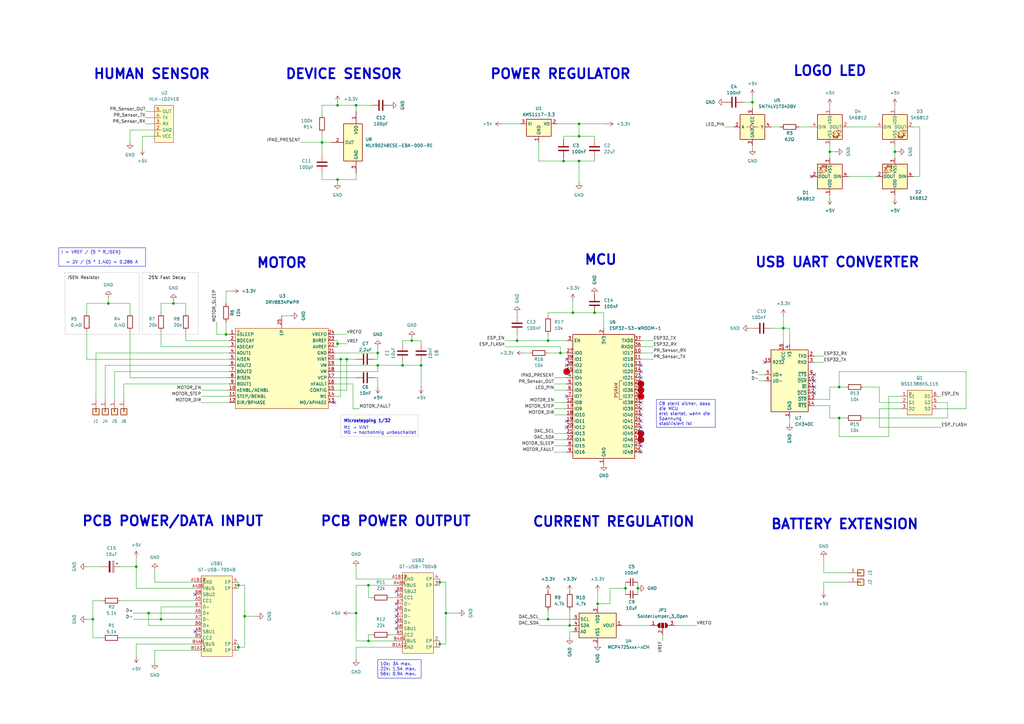
<source format=kicad_sch>
(kicad_sch (version 20231120) (generator "eeschema") (generator_version "8.0")
  (paper "A3")
  (title_block (title "Magic iPad Holder") (date "2024-11-07") (rev "1.1.0") (company "Maximilian Giesen"))
  (junction (at 180.34 238.76))
  (junction (at 138.43 73.66))
  (junction (at 139.7 147.32))
  (junction (at 224.79 139.7))
  (junction (at 154.94 144.78))
  (junction (at 71.12 124.46))
  (junction (at 234.95 128.27))
  (junction (at 168.91 139.7))
  (junction (at 340.36 62.23))
  (junction (at 151.13 240.03))
  (junction (at 182.88 251.46))
  (junction (at 224.79 254))
  (junction (at 237.49 66.04))
  (junction (at 154.94 149.86))
  (junction (at 243.84 128.27))
  (junction (at 245.11 247.65))
  (junction (at 233.68 256.54))
  (junction (at 367.03 62.23))
  (junction (at 165.1 149.86))
  (junction (at 321.31 134.62))
  (junction (at 60.96 251.46))
  (junction (at 172.72 149.86))
  (junction (at 344.17 158.75))
  (junction (at 100.33 252.73))
  (junction (at 97.79 265.43))
  (junction (at 138.43 140.97))
  (junction (at 38.1 254))
  (junction (at 151.13 262.89))
  (junction (at 132.08 58.42))
  (junction (at 237.49 55.88))
  (junction (at 180.34 264.16))
  (junction (at 146.05 251.46))
  (junction (at 212.09 139.7))
  (junction (at 146.05 43.18))
  (junction (at 97.79 240.03))
  (junction (at 256.54 241.3))
  (junction (at 92.71 137.16))
  (junction (at 229.87 144.78))
  (junction (at 44.45 124.46))
  (junction (at 237.49 50.8))
  (junction (at 142.24 147.32))
  (junction (at 231.14 66.04))
  (junction (at 66.04 254))
  (junction (at 138.43 43.18))
  (junction (at 344.17 171.45))
  (junction (at 261.62 241.3))
  (junction (at 55.88 232.41))
  (junction (at 308.61 41.91))
  (no_connect (at 262.89 177.8))
  (no_connect (at 262.89 167.64))
  (no_connect (at 332.74 72.39))
  (no_connect (at 80.01 243.84))
  (no_connect (at 232.41 172.72))
  (no_connect (at 334.01 153.67))
  (no_connect (at 262.89 149.86))
  (no_connect (at 262.89 172.72))
  (no_connect (at 232.41 152.4))
  (no_connect (at 80.01 259.08))
  (no_connect (at 262.89 185.42))
  (no_connect (at 162.56 247.65))
  (no_connect (at 334.01 156.21))
  (no_connect (at 262.89 182.88))
  (no_connect (at 232.41 149.86))
  (no_connect (at 162.56 250.19))
  (no_connect (at 313.69 148.59))
  (no_connect (at 262.89 180.34))
  (no_connect (at 334.01 161.29))
  (no_connect (at 262.89 175.26))
  (no_connect (at 137.16 165.1))
  (no_connect (at 232.41 147.32))
  (no_connect (at 262.89 154.94))
  (no_connect (at 162.56 242.57))
  (no_connect (at 232.41 162.56))
  (no_connect (at 162.56 255.27))
  (no_connect (at 232.41 175.26))
  (no_connect (at 262.89 170.18))
  (no_connect (at 334.01 158.75))
  (no_connect (at 262.89 162.56))
  (no_connect (at 162.56 257.81))
  (no_connect (at 262.89 165.1))
  (no_connect (at 262.89 160.02))
  (no_connect (at 162.56 252.73))
  (no_connect (at 262.89 152.4))
  (no_connect (at 262.89 157.48))
  (wire (pts (xy 88.9 132.08) (xy 88.9 137.16)))
  (wire (pts (xy 212.09 128.27) (xy 212.09 129.54)))
  (wire (pts (xy 137.16 157.48) (xy 144.78 157.48)))
  (wire (pts (xy 59.69 48.26) (xy 63.5 48.26)))
  (wire (pts (xy 55.88 228.6) (xy 55.88 232.41)))
  (wire (pts (xy 35.56 254) (xy 38.1 254)))
  (wire (pts (xy 227.33 170.18) (xy 232.41 170.18)))
  (wire (pts (xy 60.96 251.46) (xy 54.61 251.46)))
  (wire (pts (xy 364.49 179.07) (xy 344.17 179.07)))
  (wire (pts (xy 53.34 53.34) (xy 63.5 53.34)))
  (wire (pts (xy 307.34 134.62) (xy 308.61 134.62)))
  (wire (pts (xy 360.68 158.75) (xy 360.68 165.1)))
  (wire (pts (xy 154.94 147.32) (xy 154.94 144.78)))
  (wire (pts (xy 327.66 52.07) (xy 332.74 52.07)))
  (wire (pts (xy 360.68 167.64) (xy 369.57 167.64)))
  (wire (pts (xy 377.19 52.07) (xy 377.19 72.39)))
  (wire (pts (xy 207.01 142.24) (xy 229.87 142.24)))
  (wire (pts (xy 151.13 240.03) (xy 151.13 245.11)))
  (wire (pts (xy 138.43 74.93) (xy 138.43 73.66)))
  (wire (pts (xy 97.79 238.76) (xy 97.79 240.03)))
  (wire (pts (xy 261.62 241.3) (xy 261.62 243.84)))
  (wire (pts (xy 142.24 137.16) (xy 137.16 137.16)))
  (wire (pts (xy 354.33 158.75) (xy 360.68 158.75)))
  (wire (pts (xy 100.33 240.03) (xy 100.33 252.73)))
  (wire (pts (xy 165.1 148.59) (xy 165.1 149.86)))
  (wire (pts (xy 262.89 142.24) (xy 267.97 142.24)))
  (wire (pts (xy 224.79 128.27) (xy 234.95 128.27)))
  (wire (pts (xy 250.19 241.3) (xy 256.54 241.3)))
  (wire (pts (xy 35.56 124.46) (xy 44.45 124.46)))
  (wire (pts (xy 256.54 241.3) (xy 256.54 243.84)))
  (wire (pts (xy 233.68 259.08) (xy 234.95 259.08)))
  (wire (pts (xy 347.98 72.39) (xy 359.41 72.39)))
  (wire (pts (xy 44.45 124.46) (xy 53.34 124.46)))
  (wire (pts (xy 154.94 149.86) (xy 165.1 149.86)))
  (wire (pts (xy 135.89 58.42) (xy 132.08 58.42)))
  (wire (pts (xy 132.08 58.42) (xy 123.19 58.42)))
  (wire (pts (xy 66.04 128.27) (xy 66.04 124.46)))
  (wire (pts (xy 53.34 135.89) (xy 53.34 154.94)))
  (wire (pts (xy 43.18 149.86) (xy 43.18 163.83)))
  (wire (pts (xy 38.1 254) (xy 38.1 246.38)))
  (wire (pts (xy 364.49 162.56) (xy 364.49 179.07)))
  (wire (pts (xy 138.43 73.66) (xy 146.05 73.66)))
  (wire (pts (xy 321.31 134.62) (xy 323.85 134.62)))
  (wire (pts (xy 76.2 124.46) (xy 76.2 128.27)))
  (wire (pts (xy 337.82 242.57) (xy 337.82 238.76)))
  (wire (pts (xy 146.05 265.43) (xy 146.05 270.51)))
  (wire (pts (xy 308.61 39.37) (xy 308.61 41.91)))
  (wire (pts (xy 139.7 147.32) (xy 142.24 147.32)))
  (wire (pts (xy 224.79 128.27) (xy 224.79 129.54)))
  (wire (pts (xy 233.68 250.19) (xy 233.68 256.54)))
  (wire (pts (xy 396.24 167.64) (xy 384.81 167.64)))
  (wire (pts (xy 63.5 238.76) (xy 63.5 233.68)))
  (wire (pts (xy 139.7 162.56) (xy 139.7 147.32)))
  (wire (pts (xy 151.13 260.35) (xy 152.4 260.35)))
  (wire (pts (xy 93.98 139.7) (xy 76.2 139.7)))
  (wire (pts (xy 138.43 140.97) (xy 138.43 142.24)))
  (wire (pts (xy 386.08 162.56) (xy 384.81 162.56)))
  (wire (pts (xy 49.53 261.62) (xy 80.01 261.62)))
  (wire (pts (xy 321.31 129.54) (xy 321.31 134.62)))
  (wire (pts (xy 231.14 55.88) (xy 231.14 57.15)))
  (wire (pts (xy 35.56 135.89) (xy 35.56 147.32)))
  (wire (pts (xy 374.65 52.07) (xy 377.19 52.07)))
  (wire (pts (xy 142.24 160.02) (xy 137.16 160.02)))
  (wire (pts (xy 228.6 50.8) (xy 237.49 50.8)))
  (wire (pts (xy 237.49 50.8) (xy 237.49 55.88)))
  (wire (pts (xy 55.88 241.3) (xy 80.01 241.3)))
  (wire (pts (xy 44.45 121.92) (xy 44.45 124.46)))
  (wire (pts (xy 82.55 165.1) (xy 93.98 165.1)))
  (wire (pts (xy 234.95 128.27) (xy 243.84 128.27)))
  (wire (pts (xy 220.98 66.04) (xy 231.14 66.04)))
  (wire (pts (xy 266.7 256.54) (xy 255.27 256.54)))
  (wire (pts (xy 49.53 232.41) (xy 55.88 232.41)))
  (wire (pts (xy 207.01 139.7) (xy 212.09 139.7)))
  (wire (pts (xy 229.87 142.24) (xy 229.87 144.78)))
  (wire (pts (xy 247.65 128.27) (xy 247.65 134.62)))
  (wire (pts (xy 229.87 144.78) (xy 232.41 144.78)))
  (wire (pts (xy 243.84 66.04) (xy 243.84 64.77)))
  (wire (pts (xy 137.16 154.94) (xy 146.05 154.94)))
  (wire (pts (xy 54.61 254) (xy 66.04 254)))
  (wire (pts (xy 367.03 62.23) (xy 367.03 64.77)))
  (wire (pts (xy 100.33 252.73) (xy 100.33 265.43)))
  (wire (pts (xy 60.96 256.54) (xy 80.01 256.54)))
  (wire (pts (xy 82.55 160.02) (xy 93.98 160.02)))
  (wire (pts (xy 41.91 261.62) (xy 38.1 261.62)))
  (wire (pts (xy 154.94 152.4) (xy 154.94 149.86)))
  (wire (pts (xy 97.79 265.43) (xy 97.79 264.16)))
  (wire (pts (xy 347.98 52.07) (xy 359.41 52.07)))
  (wire (pts (xy 142.24 140.97) (xy 138.43 140.97)))
  (wire (pts (xy 231.14 66.04) (xy 237.49 66.04)))
  (wire (pts (xy 132.08 73.66) (xy 138.43 73.66)))
  (wire (pts (xy 95.25 119.38) (xy 92.71 119.38)))
  (wire (pts (xy 182.88 251.46) (xy 182.88 264.16)))
  (wire (pts (xy 340.36 43.18) (xy 340.36 44.45)))
  (wire (pts (xy 137.16 144.78) (xy 154.94 144.78)))
  (wire (pts (xy 93.98 157.48) (xy 50.8 157.48)))
  (wire (pts (xy 340.36 59.69) (xy 340.36 62.23)))
  (wire (pts (xy 80.01 264.16) (xy 55.88 264.16)))
  (wire (pts (xy 180.34 265.43) (xy 180.34 264.16)))
  (wire (pts (xy 132.08 71.12) (xy 132.08 73.66)))
  (wire (pts (xy 340.36 81.28) (xy 340.36 80.01)))
  (wire (pts (xy 143.51 251.46) (xy 146.05 251.46)))
  (wire (pts (xy 59.69 50.8) (xy 63.5 50.8)))
  (wire (pts (xy 144.78 157.48) (xy 144.78 167.64)))
  (wire (pts (xy 71.12 124.46) (xy 76.2 124.46)))
  (wire (pts (xy 360.68 175.26) (xy 360.68 167.64)))
  (wire (pts (xy 334.01 163.83) (xy 340.36 163.83)))
  (wire (pts (xy 66.04 248.92) (xy 80.01 248.92)))
  (wire (pts (xy 237.49 55.88) (xy 231.14 55.88)))
  (wire (pts (xy 80.01 251.46) (xy 60.96 251.46)))
  (wire (pts (xy 182.88 251.46) (xy 187.96 251.46)))
  (wire (pts (xy 162.56 265.43) (xy 146.05 265.43)))
  (wire (pts (xy 63.5 266.7) (xy 63.5 271.78)))
  (wire (pts (xy 152.4 43.18) (xy 146.05 43.18)))
  (wire (pts (xy 53.34 58.42) (xy 53.34 53.34)))
  (wire (pts (xy 224.79 139.7) (xy 232.41 139.7)))
  (wire (pts (xy 39.37 144.78) (xy 93.98 144.78)))
  (wire (pts (xy 180.34 237.49) (xy 180.34 238.76)))
  (wire (pts (xy 97.79 240.03) (xy 97.79 241.3)))
  (wire (pts (xy 233.68 261.62) (xy 233.68 259.08)))
  (wire (pts (xy 146.05 240.03) (xy 146.05 251.46)))
  (wire (pts (xy 55.88 264.16) (xy 55.88 269.24)))
  (wire (pts (xy 160.02 245.11) (xy 162.56 245.11)))
  (wire (pts (xy 285.75 256.54) (xy 276.86 256.54)))
  (wire (pts (xy 250.19 247.65) (xy 250.19 241.3)))
  (wire (pts (xy 243.84 128.27) (xy 247.65 128.27)))
  (wire (pts (xy 38.1 254) (xy 38.1 261.62)))
  (wire (pts (xy 50.8 157.48) (xy 50.8 163.83)))
  (wire (pts (xy 360.68 165.1) (xy 369.57 165.1)))
  (wire (pts (xy 388.62 171.45) (xy 388.62 165.1)))
  (wire (pts (xy 93.98 142.24) (xy 66.04 142.24)))
  (wire (pts (xy 237.49 66.04) (xy 243.84 66.04)))
  (wire (pts (xy 151.13 260.35) (xy 151.13 262.89)))
  (wire (pts (xy 137.16 139.7) (xy 138.43 139.7)))
  (wire (pts (xy 344.17 152.4) (xy 396.24 152.4)))
  (wire (pts (xy 227.33 165.1) (xy 232.41 165.1)))
  (wire (pts (xy 323.85 134.62) (xy 323.85 140.97)))
  (wire (pts (xy 172.72 140.97) (xy 172.72 139.7)))
  (wire (pts (xy 142.24 147.32) (xy 142.24 160.02)))
  (wire (pts (xy 153.67 147.32) (xy 154.94 147.32)))
  (wire (pts (xy 354.33 171.45) (xy 388.62 171.45)))
  (wire (pts (xy 262.89 144.78) (xy 267.97 144.78)))
  (wire (pts (xy 132.08 63.5) (xy 132.08 58.42)))
  (wire (pts (xy 231.14 66.04) (xy 231.14 64.77)))
  (wire (pts (xy 344.17 171.45) (xy 346.71 171.45)))
  (wire (pts (xy 377.19 72.39) (xy 374.65 72.39)))
  (wire (pts (xy 340.36 62.23) (xy 340.36 64.77)))
  (wire (pts (xy 182.88 264.16) (xy 180.34 264.16)))
  (wire (pts (xy 227.33 167.64) (xy 232.41 167.64)))
  (wire (pts (xy 227.33 160.02) (xy 232.41 160.02)))
  (wire (pts (xy 367.03 43.18) (xy 367.03 44.45)))
  (wire (pts (xy 321.31 140.97) (xy 321.31 134.62)))
  (wire (pts (xy 132.08 43.18) (xy 138.43 43.18)))
  (wire (pts (xy 132.08 46.99) (xy 132.08 43.18)))
  (wire (pts (xy 92.71 137.16) (xy 88.9 137.16)))
  (wire (pts (xy 137.16 147.32) (xy 139.7 147.32)))
  (wire (pts (xy 165.1 140.97) (xy 165.1 139.7)))
  (wire (pts (xy 92.71 132.08) (xy 92.71 137.16)))
  (wire (pts (xy 160.02 260.35) (xy 162.56 260.35)))
  (wire (pts (xy 137.16 162.56) (xy 139.7 162.56)))
  (wire (pts (xy 92.71 119.38) (xy 92.71 124.46)))
  (wire (pts (xy 146.05 237.49) (xy 146.05 232.41)))
  (wire (pts (xy 340.36 171.45) (xy 344.17 171.45)))
  (wire (pts (xy 334.01 166.37) (xy 340.36 166.37)))
  (wire (pts (xy 93.98 149.86) (xy 43.18 149.86)))
  (wire (pts (xy 337.82 228.6) (xy 337.82 234.95)))
  (wire (pts (xy 262.89 139.7) (xy 267.97 139.7)))
  (wire (pts (xy 132.08 54.61) (xy 132.08 58.42)))
  (wire (pts (xy 342.9 62.23) (xy 340.36 62.23)))
  (wire (pts (xy 334.01 148.59) (xy 337.82 148.59)))
  (wire (pts (xy 93.98 147.32) (xy 35.56 147.32)))
  (wire (pts (xy 60.96 251.46) (xy 60.96 256.54)))
  (wire (pts (xy 82.55 162.56) (xy 93.98 162.56)))
  (wire (pts (xy 154.94 154.94) (xy 153.67 154.94)))
  (wire (pts (xy 344.17 179.07) (xy 344.17 171.45)))
  (wire (pts (xy 337.82 234.95) (xy 347.98 234.95)))
  (wire (pts (xy 340.36 163.83) (xy 340.36 158.75)))
  (wire (pts (xy 320.04 52.07) (xy 316.23 52.07)))
  (wire (pts (xy 53.34 128.27) (xy 53.34 124.46)))
  (wire (pts (xy 245.11 242.57) (xy 245.11 247.65)))
  (wire (pts (xy 38.1 246.38) (xy 41.91 246.38)))
  (wire (pts (xy 205.74 50.8) (xy 213.36 50.8)))
  (wire (pts (xy 237.49 55.88) (xy 243.84 55.88)))
  (wire (pts (xy 308.61 41.91) (xy 308.61 44.45)))
  (wire (pts (xy 35.56 128.27) (xy 35.56 124.46)))
  (wire (pts (xy 227.33 177.8) (xy 232.41 177.8)))
  (wire (pts (xy 224.79 250.19) (xy 224.79 254)))
  (wire (pts (xy 224.79 144.78) (xy 229.87 144.78)))
  (wire (pts (xy 227.33 180.34) (xy 232.41 180.34)))
  (wire (pts (xy 58.42 60.96) (xy 58.42 55.88)))
  (wire (pts (xy 262.89 147.32) (xy 267.97 147.32)))
  (wire (pts (xy 162.56 237.49) (xy 146.05 237.49)))
  (wire (pts (xy 168.91 138.43) (xy 168.91 139.7)))
  (wire (pts (xy 233.68 256.54) (xy 234.95 256.54)))
  (wire (pts (xy 66.04 142.24) (xy 66.04 135.89)))
  (wire (pts (xy 227.33 182.88) (xy 232.41 182.88)))
  (wire (pts (xy 323.85 171.45) (xy 323.85 173.99)))
  (wire (pts (xy 49.53 246.38) (xy 80.01 246.38)))
  (wire (pts (xy 168.91 139.7) (xy 172.72 139.7)))
  (wire (pts (xy 100.33 252.73) (xy 105.41 252.73)))
  (wire (pts (xy 152.4 245.11) (xy 151.13 245.11)))
  (wire (pts (xy 154.94 158.75) (xy 154.94 154.94)))
  (wire (pts (xy 172.72 148.59) (xy 172.72 149.86)))
  (wire (pts (xy 340.36 158.75) (xy 344.17 158.75)))
  (wire (pts (xy 311.15 153.67) (xy 313.69 153.67)))
  (wire (pts (xy 344.17 158.75) (xy 344.17 152.4)))
  (wire (pts (xy 93.98 152.4) (xy 46.99 152.4)))
  (wire (pts (xy 245.11 247.65) (xy 245.11 248.92)))
  (wire (pts (xy 227.33 154.94) (xy 232.41 154.94)))
  (wire (pts (xy 180.34 238.76) (xy 180.34 240.03)))
  (wire (pts (xy 119.38 129.54) (xy 115.57 129.54)))
  (wire (pts (xy 316.23 134.62) (xy 321.31 134.62)))
  (wire (pts (xy 368.3 62.23) (xy 367.03 62.23)))
  (wire (pts (xy 337.82 238.76) (xy 347.98 238.76)))
  (wire (pts (xy 66.04 248.92) (xy 66.04 254)))
  (wire (pts (xy 256.54 238.76) (xy 256.54 241.3)))
  (wire (pts (xy 165.1 139.7) (xy 168.91 139.7)))
  (wire (pts (xy 227.33 157.48) (xy 232.41 157.48)))
  (wire (pts (xy 58.42 55.88) (xy 63.5 55.88)))
  (wire (pts (xy 146.05 73.66) (xy 146.05 71.12)))
  (wire (pts (xy 146.05 240.03) (xy 151.13 240.03)))
  (wire (pts (xy 271.78 262.89) (xy 271.78 260.35)))
  (wire (pts (xy 80.01 266.7) (xy 63.5 266.7)))
  (wire (pts (xy 214.63 144.78) (xy 217.17 144.78)))
  (wire (pts (xy 224.79 254) (xy 234.95 254)))
  (wire (pts (xy 334.01 146.05) (xy 337.82 146.05)))
  (wire (pts (xy 93.98 154.94) (xy 53.34 154.94)))
  (wire (pts (xy 97.79 266.7) (xy 97.79 265.43)))
  (wire (pts (xy 46.99 152.4) (xy 46.99 163.83)))
  (wire (pts (xy 237.49 50.8) (xy 248.92 50.8)))
  (wire (pts (xy 227.33 185.42) (xy 232.41 185.42)))
  (wire (pts (xy 367.03 59.69) (xy 367.03 62.23)))
  (wire (pts (xy 71.12 123.19) (xy 71.12 124.46)))
  (wire (pts (xy 311.15 156.21) (xy 313.69 156.21)))
  (wire (pts (xy 304.8 41.91) (xy 308.61 41.91)))
  (wire (pts (xy 76.2 139.7) (xy 76.2 135.89)))
  (wire (pts (xy 388.62 165.1) (xy 384.81 165.1)))
  (wire (pts (xy 137.16 152.4) (xy 154.94 152.4)))
  (wire (pts (xy 237.49 66.04) (xy 237.49 74.93)))
  (wire (pts (xy 165.1 149.86) (xy 172.72 149.86)))
  (wire (pts (xy 146.05 262.89) (xy 146.05 251.46)))
  (wire (pts (xy 138.43 41.91) (xy 138.43 43.18)))
  (wire (pts (xy 212.09 139.7) (xy 224.79 139.7)))
  (wire (pts (xy 234.95 123.19) (xy 234.95 128.27)))
  (wire (pts (xy 93.98 137.16) (xy 92.71 137.16)))
  (wire (pts (xy 386.08 175.26) (xy 360.68 175.26)))
  (wire (pts (xy 172.72 158.75) (xy 172.72 149.86)))
  (wire (pts (xy 220.98 256.54) (xy 233.68 256.54)))
  (wire (pts (xy 243.84 55.88) (xy 243.84 57.15)))
  (wire (pts (xy 144.78 167.64) (xy 147.32 167.64)))
  (wire (pts (xy 151.13 262.89) (xy 146.05 262.89)))
  (wire (pts (xy 138.43 139.7) (xy 138.43 140.97)))
  (wire (pts (xy 220.98 58.42) (xy 220.98 66.04)))
  (wire (pts (xy 39.37 144.78) (xy 39.37 163.83)))
  (wire (pts (xy 66.04 124.46) (xy 71.12 124.46)))
  (wire (pts (xy 367.03 81.28) (xy 367.03 80.01)))
  (wire (pts (xy 59.69 45.72) (xy 63.5 45.72)))
  (wire (pts (xy 66.04 254) (xy 80.01 254)))
  (wire (pts (xy 245.11 247.65) (xy 250.19 247.65)))
  (wire (pts (xy 344.17 158.75) (xy 346.71 158.75)))
  (wire (pts (xy 396.24 152.4) (xy 396.24 167.64)))
  (wire (pts (xy 100.33 265.43) (xy 97.79 265.43)))
  (wire (pts (xy 182.88 238.76) (xy 182.88 251.46)))
  (wire (pts (xy 297.18 52.07) (xy 300.99 52.07)))
  (wire (pts (xy 55.88 232.41) (xy 55.88 241.3)))
  (wire (pts (xy 137.16 149.86) (xy 154.94 149.86)))
  (wire (pts (xy 261.62 238.76) (xy 261.62 241.3)))
  (wire (pts (xy 151.13 240.03) (xy 162.56 240.03)))
  (wire (pts (xy 308.61 60.96) (xy 308.61 59.69)))
  (wire (pts (xy 35.56 232.41) (xy 41.91 232.41)))
  (wire (pts (xy 146.05 147.32) (xy 142.24 147.32)))
  (wire (pts (xy 369.57 162.56) (xy 364.49 162.56)))
  (wire (pts (xy 146.05 43.18) (xy 146.05 45.72)))
  (wire (pts (xy 220.98 254) (xy 224.79 254)))
  (wire (pts (xy 138.43 43.18) (xy 146.05 43.18)))
  (wire (pts (xy 212.09 137.16) (xy 212.09 139.7)))
  (wire (pts (xy 162.56 262.89) (xy 151.13 262.89)))
  (wire (pts (xy 182.88 238.76) (xy 180.34 238.76)))
  (wire (pts (xy 180.34 264.16) (xy 180.34 262.89)))
  (wire (pts (xy 137.16 142.24) (xy 138.43 142.24)))
  (wire (pts (xy 340.36 166.37) (xy 340.36 171.45)))
  (wire (pts (xy 80.01 238.76) (xy 63.5 238.76)))
  (wire (pts (xy 224.79 137.16) (xy 224.79 139.7)))
  (wire (pts (xy 154.94 142.24) (xy 154.94 144.78)))
  (wire (pts (xy 100.33 240.03) (xy 97.79 240.03)))
  (rectangle (start 58.42 111.76) (end 81.28 137.16) (stroke (width 0) (type dot) (color 0 0 0 1)))
  (circle (center 262.89 177.8) (radius 1.27) (stroke (width 0) (color 0 0 0 1)) (fill (type color) (color 255 0 0 1)))
  (circle (center 262.89 157.48) (radius 1.27) (stroke (width 0) (color 0 0 0 1)) (fill (type color) (color 255 0 0 1)))
  (rectangle (start 26.67 111.76) (end 57.15 137.16) (stroke (width 0) (type dot) (color 0 0 0 1)))
  (circle (center 262.89 160.02) (radius 1.27) (stroke (width 0) (color 0 0 0 1)) (fill (type color) (color 255 0 0 1)))
  (circle (center 262.89 162.56) (radius 1.27) (stroke (width 0) (color 0 0 0 1)) (fill (type color) (color 255 0 0 1)))
  (circle (center 262.89 180.34) (radius 1.27) (stroke (width 0) (color 0 0 0 1)) (fill (type color) (color 255 0 0 1)))
  (circle (center 232.41 152.4) (radius 1.27) (stroke (width 0) (color 0 0 0 1)) (fill (type color) (color 255 0 0 1)))
  (rectangle (start 139.7 170.18) (end 171.45 179.07) (stroke (width 0) (type dot) (color 0 0 0 1)))
  (text_box "C8 stellt sicher, dass die MCU\nerst startet, wenn die Spannung\nstabilisiert ist" (at 269.24 163.83 0) (size 24.13 11.43) (effects (font (size 1.27 1.27)) (justify left top)))
  (text_box "10k: 3A max.\n22k: 1,5A max.\n56k: 0,9A max." (at 154.94 270.51 0) (size 17.78 7.62) (effects (font (size 1.27 1.27)) (justify left top)))
  (text_box "I = VREF / (5 * R_ISEN)\n\n  = 2V / (5 * 1,4Ω) = 0,286 A" (at 24.13 101.6 0) (size 35.56 7.62) (effects (font (size 1.27 1.27)) (justify left top)))
  (text "Microstepping 1/32 " (at 151.13 172.72 0) (effects (font (size 1.27 1.27) (thickness 0.254) (bold yes))))
  (text " CURRENT REGULATION" (at 250.19 214.122 0) (effects (font (size 4 4) (thickness 0.8) (bold yes))))
  (text "MCU" (at 246.38 106.68 0) (effects (font (size 4 4) (thickness 0.8) (bold yes))))
  (text "MOTOR" (at 115.57 107.95 0) (effects (font (size 4 4) (thickness 0.8) (bold yes))))
  (text "PCB POWER OUTPUT" (at 162.306 213.868 0) (effects (font (size 4 4) (thickness 0.8) (bold yes))))
  (text "PCB POWER/DATA INPUT" (at 70.866 213.868 0) (effects (font (size 4 4) (thickness 0.8) (bold yes))))
  (text "HUMAN SENSOR" (at 62.23 30.48 0) (effects (font (size 4 4) (thickness 0.8) (bold yes))))
  (text "USB UART CONVERTER" (at 343.408 107.696 0) (effects (font (size 4 4) (thickness 0.8) (bold yes))))
  (text "LOGO LED" (at 340.36 29.21 0) (effects (font (size 4 4) (thickness 0.8) (bold yes))))
  (text "M1 → VINT \nM0 → hochohmig unbeschaltet " (at 140.97 176.53 0) (effects (font (size 1.27 1.27)) (justify left)))
  (text "BATTERY EXTENSION" (at 346.456 215.138 0) (effects (font (size 4 4) (thickness 0.8) (bold yes))))
  (text "POWER REGULATOR" (at 229.87 30.48 0) (effects (font (size 4 4) (thickness 0.8) (bold yes))))
  (text "25% Fast Decay" (at 68.58 114.046 0) (effects (font (size 1.27 1.27))))
  (text "DEVICE SENSOR" (at 140.97 30.48 0) (effects (font (size 4 4) (thickness 0.8) (bold yes))))
  (text "ISEN Resistor" (at 34.29 114.046 0) (effects (font (size 1.27 1.27))))
  (label "VREFO" (at 285.75 256.54 0))
  (label "IPAD_PRESENT" (at 227.33 154.94 180))
  (label "MOTOR_FAULT" (at 147.32 167.64 0))
  (label "ESP32_RX" (at 337.82 146.05 0))
  (label "D-" (at 311.15 156.21 180))
  (label "DAC_SCL" (at 227.33 177.8 180))
  (label "VREFO" (at 142.24 137.16 0))
  (label "VREF" (at 271.78 262.89 270))
  (label "VREF" (at 142.24 140.97 0))
  (label "ESP_FLASH" (at 386.08 175.26 0))
  (label "MOTOR_DIR" (at 82.55 165.1 180))
  (label "ESP32_RX" (at 267.97 142.24 0))
  (label "PR_Sensor_OUT" (at 59.69 45.72 180))
  (label "PR_Sensor_RX" (at 59.69 50.8 180))
  (label "ESP_EN" (at 207.01 139.7 180))
  (label "MOTOR_STEP" (at 227.33 167.64 180))
  (label "IPAD_PRESENT" (at 123.19 58.42 180))
  (label "ESP_EN" (at 386.08 162.56 0))
  (label "MOTOR_FAULT" (at 227.33 185.42 180))
  (label "MOTOR_DIR" (at 227.33 170.18 180))
  (label "MOTOR_STEP" (at 82.55 162.56 180))
  (label "ESP_FLASH" (at 207.01 142.24 180))
  (label "DAC_SDA" (at 220.98 256.54 180))
  (label "MOTOR_SLEEP" (at 227.33 182.88 180))
  (label "D+" (at 311.15 153.67 180))
  (label "DAC_SDA" (at 227.33 180.34 180))
  (label "LED_PIN" (at 297.18 52.07 180))
  (label "PR_Sensor_TX" (at 267.97 147.32 0))
  (label "LED_PIN" (at 227.33 160.02 180))
  (label "ESP32_TX" (at 337.82 148.59 0))
  (label "MOTOR_EN" (at 227.33 165.1 180))
  (label "MOTOR_SLEEP" (at 88.9 132.08 90))
  (label "PR_Sensor_OUT" (at 227.33 157.48 180))
  (label "ESP32_TX" (at 267.97 139.7 0))
  (label "MOTOR_EN" (at 82.55 160.02 180))
  (label "D-" (at 54.61 254 180))
  (label "PR_Sensor_RX" (at 267.97 144.78 0))
  (label "PR_Sensor_TX" (at 59.69 48.26 180))
  (label "DAC_SCL" (at 220.98 254 180))
  (label "D+" (at 54.61 251.46 180))
  (symbol (lib_id "Sensor Board Connector:Sensor_Board_Connector") (at 63.5 58.42 0) (unit 1)
    (property "Reference" "U2" (at 66.04 38.1 0) (effects (justify left)))
    (property "Value" "HLK-LD2410" (at 60.96 40.64 0) (effects (justify left)))
    (property "Footprint" "easyeda2kicad:HDR-SMD_5P-P2.54-H-F_X6511FRS-19-C85D30" (effects (hide yes)))
    (property "Datasheet" "https://www.lcsc.com/datasheet/lcsc_datasheet_2409191040_HI-LINK-HLK-LD2410-P_C5183133.pdf" (effects (hide yes)))
    (property "Supplier" "LCSC" (effects (hide yes)))
    (property "Stückpreis" "4,45" (effects (hide yes)))
    (property "LCSC Part" "C5183133" (effects (hide yes)))
    (property "Mouser Part Number" "-" (effects (hide yes)))
  )
  (symbol (lib_id "LED:WS2812B") (at 367.03 72.39 180) (unit 1)
    (property "Reference" "D2" (at 376.682 78.74 0))
    (property "Value" "SK6812" (at 376.682 81.28 0))
    (property "Footprint" "LED_SMD:LED_WS2812B_PLCC4_5.0x5.0mm_P3.2mm" (effects (hide yes)))
    (property "Datasheet" "https://cdn-shop.adafruit.com/product-files/1138/SK6812+LED+datasheet+.pdf" (effects (hide yes)))
    (property "Description" "RGB LED with integrated controller" (effects (hide yes)))
    (property "Supplier" "LCSC" (effects (hide yes)))
    (property "Stückpreis" "0,08" (effects (hide yes)))
    (property "LCSC Part" "C5380881" (effects (hide yes)))
  )
  (symbol (lib_id "Interface_USB:CH340C") (at 323.85 156.21 0) (unit 1)
    (property "Reference" "U7" (at 326.0441 171.45 0) (effects (justify left)))
    (property "Value" "CH340C" (at 326.0441 173.99 0) (effects (justify left)))
    (property "Footprint" "Package_SO:SOIC-16_3.9x9.9mm_P1.27mm" (effects (hide yes)))
    (property "Datasheet" "https://datasheet.lcsc.com/szlcsc/Jiangsu-Qin-Heng-CH340C_C84681.pdf" (effects (hide yes)))
    (property "Description" "USB serial converter, crystal-less, UART, SOIC-16" (effects (hide yes)))
    (property "Supplier" "LCSC" (effects (hide yes)))
    (property "Stückpreis" "0,50" (effects (hide yes)))
    (property "LCSC Part" "C84681" (effects (hide yes)))
    (property "Mouser Part Number" "-" (effects (hide yes)))
  )
  (symbol (lib_id "power:GND") (at 261.62 241.3 90) (mirror x) (unit 1)
    (property "Reference" "#PWR037" (effects (hide yes)))
    (property "Value" "GND" (at 265.43 241.3001 90) (effects (justify right)))
    (property "Description" "Power symbol creates a global label with name \"GND\" , ground" (effects (hide yes)))
  )
  (symbol (lib_id "Connector_Generic:Conn_01x01") (at 353.06 234.95 0) (unit 1)
    (property "Reference" "J3" (at 356.87 236.22 90) (effects (justify left)))
    (property "Value" "Solder Pad" (effects (hide yes)))
    (property "Footprint" "TestPoint:TestPoint_Pad_1.5x1.5mm" (effects (hide yes)))
    (property "Description" "Generic connector, single row, 01x01, script generated (kicad-library-utils/schlib/autogen/connector/)" (effects (hide yes)))
    (property "Supplier" "-" (effects (hide yes)))
    (property "Stückpreis" "-" (effects (hide yes)))
  )
  (symbol (lib_id "Device:C") (at 172.72 144.78 0) (unit 1)
    (property "Reference" "C8" (at 179.07 144.78 90))
    (property "Value" "10nF" (at 176.53 144.78 90))
    (property "Footprint" "Capacitor_SMD:C_1206_3216Metric" (effects (hide yes)))
    (property "Description" "Unpolarized capacitor" (effects (hide yes)))
    (property "Supplier" "LCSC" (effects (hide yes)))
    (property "Stückpreis" "0,01" (effects (hide yes)))
    (property "LCSC Part" "C77498" (effects (hide yes)))
  )
  (symbol (lib_id "power:+3.3V") (at 95.25 119.38 270) (unit 1)
    (property "Reference" "#PWR052" (effects (hide yes)))
    (property "Value" "+3.3V" (at 99.06 119.3799 90) (effects (justify left)))
    (property "Description" "Power symbol creates a global label with name \"+3.3V\"" (effects (hide yes)))
  )
  (symbol (lib_id "Device:R") (at 45.72 246.38 90) (unit 1)
    (property "Reference" "R2" (at 45.72 248.92 90))
    (property "Value" "5,1k" (at 45.72 251.46 90))
    (property "Footprint" "Resistor_SMD:R_1206_3216Metric" (effects (hide yes)))
    (property "Description" "Resistor" (effects (hide yes)))
    (property "Supplier" "LCSC" (effects (hide yes)))
    (property "Stückpreis" "0,01" (effects (hide yes)))
    (property "LCSC Part" "C163372" (effects (hide yes)))
  )
  (symbol (lib_id "Device:C_Small") (at 259.08 238.76 270) (unit 1)
    (property "Reference" "C5" (at 259.0736 232.41 90))
    (property "Value" "100nF" (at 259.0736 234.95 90))
    (property "Footprint" "Capacitor_SMD:C_1206_3216Metric" (effects (hide yes)))
    (property "Description" "Unpolarized capacitor, small symbol" (effects (hide yes)))
  )
  (symbol (lib_id "Device:R") (at 66.04 132.08 0) (unit 1)
    (property "Reference" "R7" (at 60.96 130.81 0) (effects (justify left)))
    (property "Value" "20k" (at 60.96 133.35 0) (effects (justify left)))
    (property "Footprint" "Resistor_SMD:R_1206_3216Metric" (effects (hide yes)))
    (property "Description" "Resistor" (effects (hide yes)))
    (property "Supplier" "LCSC" (effects (hide yes)))
    (property "Stückpreis" "0,01" (effects (hide yes)))
    (property "LCSC Part" "C18003" (effects (hide yes)))
  )
  (symbol (lib_id "LED:WS2812B") (at 340.36 52.07 0) (unit 1)
    (property "Reference" "D4" (at 351.79 45.7514 0))
    (property "Value" "SK6812" (at 351.79 48.2914 0))
    (property "Footprint" "LED_SMD:LED_WS2812B_PLCC4_5.0x5.0mm_P3.2mm" (effects (hide yes)))
    (property "Datasheet" "https://cdn-shop.adafruit.com/product-files/1138/SK6812+LED+datasheet+.pdf" (effects (hide yes)))
    (property "Description" "RGB LED with integrated controller" (effects (hide yes)))
    (property "Supplier" "LCSC" (effects (hide yes)))
    (property "Stückpreis" "0,08" (effects (hide yes)))
    (property "LCSC Part" "C5380881" (effects (hide yes)))
  )
  (symbol (lib_id "power:GND") (at 71.12 123.19 0) (mirror x) (unit 1)
    (property "Reference" "#PWR010" (effects (hide yes)))
    (property "Value" "GND" (at 71.12 118.11 0))
    (property "Description" "Power symbol creates a global label with name \"GND\" , ground" (effects (hide yes)))
  )
  (symbol (lib_id "Device:C") (at 231.14 60.96 0) (mirror x) (unit 1)
    (property "Reference" "C3" (at 236.22 59.69 0))
    (property "Value" "100nF" (at 237.49 62.23 0))
    (property "Footprint" "Capacitor_SMD:C_1206_3216Metric" (effects (hide yes)))
    (property "Description" "Unpolarized capacitor" (effects (hide yes)))
    (property "Supplier" "LCSC" (effects (hide yes)))
    (property "Stückpreis" "0,01" (effects (hide yes)))
    (property "LCSC Part" "C82601" (effects (hide yes)))
  )
  (symbol (lib_id "power:+3.3V") (at 234.95 123.19 0) (unit 1)
    (property "Reference" "#PWR030" (effects (hide yes)))
    (property "Value" "+3.3V" (at 234.95 118.11 0))
    (property "Description" "Power symbol creates a global label with name \"+3.3V\"" (effects (hide yes)))
  )
  (symbol (lib_id "power:+3.3V") (at 321.31 129.54 0) (unit 1)
    (property "Reference" "#PWR042" (effects (hide yes)))
    (property "Value" "+3.3V" (at 321.31 124.46 0))
    (property "Description" "Power symbol creates a global label with name \"+3.3V\"" (effects (hide yes)))
  )
  (symbol (lib_id "Device:C") (at 243.84 60.96 0) (unit 1)
    (property "Reference" "C2" (at 247.65 59.6899 0) (effects (justify left)))
    (property "Value" "22uF" (at 247.65 62.2299 0) (effects (justify left)))
    (property "Footprint" "Capacitor_SMD:C_1206_3216Metric" (effects (hide yes)))
    (property "Description" "Unpolarized capacitor" (effects (hide yes)))
    (property "Supplier" "LCSC" (effects (hide yes)))
    (property "Stückpreis" "0,04" (effects (hide yes)))
    (property "LCSC Part" "C12891" (effects (hide yes)))
  )
  (symbol (lib_id "Connector_Generic:Conn_01x01") (at 50.8 168.91 270) (unit 1)
    (property "Reference" "J6" (at 49.53 172.72 90) (effects (justify left)))
    (property "Value" "Solder Pad" (effects (hide yes)))
    (property "Footprint" "TestPoint:TestPoint_Pad_1.5x1.5mm" (effects (hide yes)))
    (property "Description" "Generic connector, single row, 01x01, script generated (kicad-library-utils/schlib/autogen/connector/)" (effects (hide yes)))
    (property "Supplier" "-" (effects (hide yes)))
    (property "Stückpreis" "-" (effects (hide yes)))
  )
  (symbol (lib_id "power:+3.3V") (at 245.11 242.57 0) (unit 1)
    (property "Reference" "#PWR033" (effects (hide yes)))
    (property "Value" "+3.3V" (at 245.11 237.49 0))
    (property "Description" "Power symbol creates a global label with name \"+3.3V\"" (effects (hide yes)))
  )
  (symbol (lib_id "power:+3.3V") (at 248.92 50.8 270) (unit 1)
    (property "Reference" "#PWR036" (effects (hide yes)))
    (property "Value" "+3.3V" (at 252.73 50.7999 90) (effects (justify left)))
    (property "Description" "Power symbol creates a global label with name \"+3.3V\"" (effects (hide yes)))
  )
  (symbol (lib_id "power:GND") (at 307.34 134.62 270) (mirror x) (unit 1)
    (property "Reference" "#PWR039" (effects (hide yes)))
    (property "Value" "GND" (at 303.53 134.6199 90) (effects (justify right)))
    (property "Description" "Power symbol creates a global label with name \"GND\" , ground" (effects (hide yes)))
  )
  (symbol (lib_id "Device:R") (at 76.2 132.08 0) (unit 1)
    (property "Reference" "R8" (at 71.12 130.81 0) (effects (justify left)))
    (property "Value" "20k" (at 71.12 133.35 0) (effects (justify left)))
    (property "Footprint" "Resistor_SMD:R_1206_3216Metric" (effects (hide yes)))
    (property "Description" "Resistor" (effects (hide yes)))
    (property "Supplier" "LCSC" (effects (hide yes)))
    (property "Stückpreis" "0,01" (effects (hide yes)))
    (property "LCSC Part" "C18003" (effects (hide yes)))
  )
  (symbol (lib_id "power:GND") (at 63.5 271.78 0) (unit 1)
    (property "Reference" "#PWR09" (effects (hide yes)))
    (property "Value" "GND" (at 63.5 276.86 0))
    (property "Description" "Power symbol creates a global label with name \"GND\" , ground" (effects (hide yes)))
  )
  (symbol (lib_id "Device:C") (at 132.08 67.31 180) (unit 1)
    (property "Reference" "C11" (at 125.73 66.04 0))
    (property "Value" "100pF" (at 125.73 68.58 0))
    (property "Footprint" "Capacitor_SMD:C_1206_3216Metric" (effects (hide yes)))
    (property "Description" "Unpolarized capacitor" (effects (hide yes)))
    (property "Supplier" "LCSC" (effects (hide yes)))
    (property "Stückpreis" "0,03" (effects (hide yes)))
    (property "LCSC Part" "C113876" (effects (hide yes)))
  )
  (symbol (lib_id "Device:R") (at 156.21 245.11 90) (unit 1)
    (property "Reference" "R11" (at 156.21 238.76 90))
    (property "Value" "22k" (at 156.21 241.3 90))
    (property "Footprint" "Resistor_SMD:R_1206_3216Metric" (effects (hide yes)))
    (property "Description" "Resistor" (effects (hide yes)))
    (property "Supplier" "LCSC" (effects (hide yes)))
    (property "Stückpreis" "0,01" (effects (hide yes)))
    (property "LCSC Part" "C25830" (effects (hide yes)))
  )
  (symbol (lib_id "power:GND") (at 245.11 264.16 0) (mirror y) (unit 1)
    (property "Reference" "#PWR034" (effects (hide yes)))
    (property "Value" "GND" (at 245.1099 267.97 90) (effects (justify right)))
    (property "Description" "Power symbol creates a global label with name \"GND\" , ground" (effects (hide yes)))
  )
  (symbol (lib_id "Device:R") (at 224.79 133.35 0) (unit 1)
    (property "Reference" "R17" (at 227.33 132.0799 0) (effects (justify left)))
    (property "Value" "10k" (at 227.33 134.6199 0) (effects (justify left)))
    (property "Footprint" "Resistor_SMD:R_1206_3216Metric" (effects (hide yes)))
    (property "Description" "Resistor" (effects (hide yes)))
    (property "Supplier" "LCSC" (effects (hide yes)))
    (property "Stückpreis" "0,01" (effects (hide yes)))
    (property "LCSC Part" "C17902" (effects (hide yes)))
  )
  (symbol (lib_id "Jumper:SolderJumper_3_Open") (at 271.78 256.54 0) (unit 1) (exclude_from_sim yes) (in_bom no)
    (property "Reference" "JP1" (at 271.78 250.19 0))
    (property "Value" "SolderJumper_3_Open" (at 271.78 252.73 0))
    (property "Footprint" "Jumper:SolderJumper-3_P1.3mm_Open_RoundedPad1.0x1.5mm" (effects (hide yes)))
    (property "Description" "Solder Jumper, 3-pole, open" (effects (hide yes)))
  )
  (symbol (lib_id "Connector_Generic:Conn_01x01") (at 353.06 238.76 0) (unit 1)
    (property "Reference" "J2" (at 356.87 240.03 90) (effects (justify left)))
    (property "Value" "Solder Pad" (effects (hide yes)))
    (property "Footprint" "TestPoint:TestPoint_Pad_1.5x1.5mm" (effects (hide yes)))
    (property "Description" "Generic connector, single row, 01x01, script generated (kicad-library-utils/schlib/autogen/connector/)" (effects (hide yes)))
    (property "Supplier" "-" (effects (hide yes)))
    (property "Stückpreis" "-" (effects (hide yes)))
  )
  (symbol (lib_id "power:GND") (at 337.82 228.6 0) (mirror x) (unit 1)
    (property "Reference" "#PWR044" (effects (hide yes)))
    (property "Value" "GND" (at 337.82 224.028 0))
    (property "Description" "Power symbol creates a global label with name \"GND\" , ground" (effects (hide yes)))
  )
  (symbol (lib_id "power:GND") (at 247.65 190.5 0) (unit 1)
    (property "Reference" "#PWR035" (effects (hide yes)))
    (property "Value" "GND" (at 247.65 195.072 0))
    (property "Description" "Power symbol creates a global label with name \"GND\" , ground" (effects (hide yes)))
  )
  (symbol (lib_id "power:+5V") (at 154.94 158.75 180) (unit 1)
    (property "Reference" "#PWR019" (effects (hide yes)))
    (property "Value" "+5V" (at 152.908 163.068 0) (effects (justify right)))
    (property "Description" "Power symbol creates a global label with name \"+5V\"" (effects (hide yes)))
  )
  (symbol (lib_id "Device:R") (at 156.21 260.35 90) (unit 1)
    (property "Reference" "R12" (at 156.21 254 90))
    (property "Value" "22k" (at 156.21 256.54 90))
    (property "Footprint" "Resistor_SMD:R_1206_3216Metric" (effects (hide yes)))
    (property "Description" "Resistor" (effects (hide yes)))
    (property "Supplier" "LCSC" (effects (hide yes)))
    (property "Stückpreis" "0,01" (effects (hide yes)))
    (property "LCSC Part" "C25830" (effects (hide yes)))
  )
  (symbol (lib_id "LED:WS2812B") (at 367.03 52.07 0) (unit 1)
    (property "Reference" "D3" (at 377.19 45.7514 0))
    (property "Value" "SK6812" (at 377.19 48.2914 0))
    (property "Footprint" "LED_SMD:LED_WS2812B_PLCC4_5.0x5.0mm_P3.2mm" (effects (hide yes)))
    (property "Datasheet" "https://cdn-shop.adafruit.com/product-files/1138/SK6812+LED+datasheet+.pdf" (effects (hide yes)))
    (property "Description" "RGB LED with integrated controller" (effects (hide yes)))
    (property "Supplier" "LCSC" (effects (hide yes)))
    (property "Stückpreis" "0,08" (effects (hide yes)))
    (property "LCSC Part" "C5380881" (effects (hide yes)))
  )
  (symbol (lib_id "Device:R") (at 132.08 50.8 180) (unit 1)
    (property "Reference" "R14" (at 128.27 52.07 0) (effects (justify left)))
    (property "Value" "100k" (at 128.27 49.53 0) (effects (justify left)))
    (property "Footprint" "Resistor_SMD:R_1206_3216Metric" (effects (hide yes)))
    (property "Description" "Resistor" (effects (hide yes)))
    (property "Supplier" "LCSC" (effects (hide yes)))
    (property "LCSC Part" "C17900" (effects (hide yes)))
  )
  (symbol (lib_id "LED:WS2812B") (at 340.36 72.39 180) (unit 1)
    (property "Reference" "D1" (at 330.454 78.994 0))
    (property "Value" "SK6812" (at 330.454 81.534 0))
    (property "Footprint" "LED_SMD:LED_WS2812B_PLCC4_5.0x5.0mm_P3.2mm" (effects (hide yes)))
    (property "Datasheet" "https://cdn-shop.adafruit.com/product-files/1138/SK6812+LED+datasheet+.pdf" (effects (hide yes)))
    (property "Description" "RGB LED with integrated controller" (effects (hide yes)))
    (property "Supplier" "LCSC" (effects (hide yes)))
    (property "Stückpreis" "0,08" (effects (hide yes)))
    (property "LCSC Part" "C5380881" (effects (hide yes)))
  )
  (symbol (lib_id "Connector_Generic:Conn_01x01") (at 39.37 168.91 270) (unit 1)
    (property "Reference" "J1" (at 38.1 172.72 90) (effects (justify left)))
    (property "Value" "Solder Pad" (effects (hide yes)))
    (property "Footprint" "TestPoint:TestPoint_Pad_1.5x1.5mm" (effects (hide yes)))
    (property "Description" "Generic connector, single row, 01x01, script generated (kicad-library-utils/schlib/autogen/connector/)" (effects (hide yes)))
    (property "Supplier" "-" (effects (hide yes)))
    (property "Stückpreis" "-" (effects (hide yes)))
  )
  (symbol (lib_id "power:GND") (at 168.91 138.43 180) (unit 1)
    (property "Reference" "#PWR021" (effects (hide yes)))
    (property "Value" "GND" (at 168.91 133.35 0))
    (property "Description" "Power symbol creates a global label with name \"GND\" , ground" (effects (hide yes)))
  )
  (symbol (lib_id "power:+3.3V") (at 224.79 242.57 0) (unit 1)
    (property "Reference" "#PWR027" (effects (hide yes)))
    (property "Value" "+3.3V" (at 224.79 237.49 0))
    (property "Description" "Power symbol creates a global label with name \"+3.3V\"" (effects (hide yes)))
  )
  (symbol (lib_id "easyeda2kicad:GT-USB-7004B") (at 170.18 250.19 0) (unit 1)
    (property "Reference" "USB2" (at 171.45 229.87 0))
    (property "Value" "GT-USB-7004B" (at 171.45 232.41 0))
    (property "Footprint" "easyeda2kicad:USB-C-SMD_GT-USB-7004B" (effects (hide yes)))
    (property "Datasheet" "https://www.lcsc.com/datasheet/lcsc_datasheet_2312181150_G-Switch-GT-USB-7004B_C5368946.pdf" (effects (hide yes)))
    (property "LCSC Part" "C5368946" (effects (hide yes)))
    (property "Supplier" "LCSC" (effects (hide yes)))
    (property "Stückpreis" "0,48" (effects (hide yes)))
    (property "Mouser Part Number" "-" (effects (hide yes)))
  )
  (symbol (lib_id "power:GND") (at 243.84 120.65 0) (mirror x) (unit 1)
    (property "Reference" "#PWR032" (effects (hide yes)))
    (property "Value" "GND" (at 243.8401 116.84 90) (effects (justify right)))
    (property "Description" "Power symbol creates a global label with name \"GND\" , ground" (effects (hide yes)))
  )
  (symbol (lib_id "power:+5V") (at 55.88 269.24 0) (mirror x) (unit 1)
    (property "Reference" "#PWR06" (effects (hide yes)))
    (property "Value" "+5V" (at 55.88 274.32 0))
    (property "Description" "Power symbol creates a global label with name \"+5V\"" (effects (hide yes)))
  )
  (symbol (lib_id "power:GND") (at 342.9 62.23 90) (unit 1)
    (property "Reference" "#PWR048" (effects (hide yes)))
    (property "Value" "GND" (at 347.98 62.23 0))
    (property "Description" "Power symbol creates a global label with name \"GND\" , ground" (effects (hide yes)))
  )
  (symbol (lib_id "power:+5V") (at 55.88 228.6 0) (unit 1)
    (property "Reference" "#PWR05" (effects (hide yes)))
    (property "Value" "+5V" (at 55.88 223.52 0))
    (property "Description" "Power symbol creates a global label with name \"+5V\"" (effects (hide yes)))
  )
  (symbol (lib_id "Device:R") (at 220.98 144.78 90) (unit 1)
    (property "Reference" "R16" (at 220.98 147.32 90))
    (property "Value" "10k" (at 220.98 149.86 90))
    (property "Footprint" "Resistor_SMD:R_1206_3216Metric" (effects (hide yes)))
    (property "Description" "Resistor" (effects (hide yes)))
    (property "Supplier" "LCSC" (effects (hide yes)))
    (property "Stückpreis" "0,01" (effects (hide yes)))
    (property "LCSC Part" "C17902" (effects (hide yes)))
  )
  (symbol (lib_id "power:GND") (at 187.96 251.46 90) (mirror x) (unit 1)
    (property "Reference" "#PWR023" (effects (hide yes)))
    (property "Value" "GND" (at 193.04 251.46 0))
    (property "Description" "Power symbol creates a global label with name \"GND\" , ground" (effects (hide yes)))
  )
  (symbol (lib_id "power:GND") (at 146.05 232.41 0) (mirror x) (unit 1)
    (property "Reference" "#PWR016" (effects (hide yes)))
    (property "Value" "GND" (at 146.05 227.33 0))
    (property "Description" "Power symbol creates a global label with name \"GND\" , ground" (effects (hide yes)))
  )
  (symbol (lib_id "power:GND") (at 323.85 173.99 0) (mirror y) (unit 1)
    (property "Reference" "#PWR043" (effects (hide yes)))
    (property "Value" "GND" (at 323.8499 177.8 90) (effects (justify right)))
    (property "Description" "Power symbol creates a global label with name \"GND\" , ground" (effects (hide yes)))
  )
  (symbol (lib_id "Connector_Generic:Conn_01x01") (at 43.18 168.91 270) (unit 1)
    (property "Reference" "J4" (at 41.91 172.72 90) (effects (justify left)))
    (property "Value" "Solder Pad" (effects (hide yes)))
    (property "Footprint" "TestPoint:TestPoint_Pad_1.5x1.5mm" (effects (hide yes)))
    (property "Description" "Generic connector, single row, 01x01, script generated (kicad-library-utils/schlib/autogen/connector/)" (effects (hide yes)))
    (property "Supplier" "-" (effects (hide yes)))
    (property "Stückpreis" "-" (effects (hide yes)))
  )
  (symbol (lib_id "Device:C") (at 165.1 144.78 180) (unit 1)
    (property "Reference" "C1" (at 158.75 144.78 90))
    (property "Value" "10uF" (at 161.29 144.78 90))
    (property "Footprint" "Capacitor_SMD:C_1206_3216Metric" (effects (hide yes)))
    (property "Description" "Unpolarized capacitor" (effects (hide yes)))
    (property "Supplier" "LCSC" (effects (hide yes)))
    (property "Stückpreis" "0,03" (effects (hide yes)))
    (property "LCSC Part" "C13585" (effects (hide yes)))
  )
  (symbol (lib_id "Device:C") (at 156.21 43.18 270) (unit 1)
    (property "Reference" "C12" (at 156.21 48.26 90))
    (property "Value" "100pF" (at 156.21 50.8 90))
    (property "Footprint" "Capacitor_SMD:C_1206_3216Metric" (effects (hide yes)))
    (property "Description" "Unpolarized capacitor" (effects (hide yes)))
    (property "Supplier" "LCSC" (effects (hide yes)))
    (property "Stückpreis" "0,03" (effects (hide yes)))
    (property "LCSC Part" "C113876" (effects (hide yes)))
  )
  (symbol (lib_id "power:+5V") (at 340.36 43.18 0) (unit 1)
    (property "Reference" "#PWR046" (effects (hide yes)))
    (property "Value" "+5V" (at 340.36 38.1 0))
    (property "Description" "Power symbol creates a global label with name \"+5V\"" (effects (hide yes)))
  )
  (symbol (lib_id "easyeda2kicad:BSS138BKS,115") (at 377.19 165.1 0) (unit 1)
    (property "Reference" "Q1" (at 377.19 154.94 0))
    (property "Value" "BSS138BKS,115" (at 377.19 157.48 0))
    (property "Footprint" "easyeda2kicad:SOT-363_L2.0-W1.3-P0.65-LS2.1-BR" (effects (hide yes)))
    (property "Datasheet" "https://lcsc.com/product-detail/MOSFET_Nexperia-BSS138BKS-115_C456075.html" (effects (hide yes)))
    (property "LCSC Part" "C456075" (effects (hide yes)))
    (property "Supplier" "LCSC" (effects (hide yes)))
    (property "Stückpreis" "0,06" (effects (hide yes)))
  )
  (symbol (lib_id "Device:R") (at 45.72 261.62 90) (unit 1)
    (property "Reference" "R1" (at 45.72 256.54 90))
    (property "Value" "5,1k" (at 45.72 259.08 90))
    (property "Footprint" "Resistor_SMD:R_1206_3216Metric" (effects (hide yes)))
    (property "Description" "Resistor" (effects (hide yes)))
    (property "Supplier" "LCSC" (effects (hide yes)))
    (property "Stückpreis" "0,01" (effects (hide yes)))
    (property "LCSC Part" "C163372" (effects (hide yes)))
  )
  (symbol (lib_id "power:+5V") (at 367.03 81.28 180) (unit 1)
    (property "Reference" "#PWR050" (effects (hide yes)))
    (property "Value" "+5V" (at 367.03 86.36 0))
    (property "Description" "Power symbol creates a global label with name \"+5V\"" (effects (hide yes)))
  )
  (symbol (lib_id "Device:C_Polarized") (at 45.72 232.41 270) (unit 1)
    (property "Reference" "C15" (at 45.72 224.79 90))
    (property "Value" "10uF" (at 45.72 227.33 90))
    (property "Footprint" "Capacitor_SMD:CP_Elec_5x3" (effects (hide yes)))
    (property "Description" "Polarized capacitor" (effects (hide yes)))
    (property "Supplier" "LCSC" (effects (hide yes)))
    (property "Stückpreis" "0,34" (effects (hide yes)))
    (property "LCSC Part" "C340737" (effects (hide yes)))
  )
  (symbol (lib_id "Device:C") (at 149.86 147.32 90) (unit 1)
    (property "Reference" "C7" (at 149.86 140.97 90))
    (property "Value" "2,2uF" (at 149.86 143.51 90))
    (property "Footprint" "Capacitor_SMD:C_1206_3216Metric" (effects (hide yes)))
    (property "Description" "Unpolarized capacitor" (effects (hide yes)))
    (property "Supplier" "LCSC" (effects (hide yes)))
    (property "Stückpreis" "0,02" (effects (hide yes)))
    (property "LCSC Part" "C107186" (effects (hide yes)))
  )
  (symbol (lib_id "Device:R") (at 92.71 128.27 180) (unit 1)
    (property "Reference" "R6" (at 95.25 128.27 90))
    (property "Value" "10k" (at 97.79 128.27 90))
    (property "Footprint" "Resistor_SMD:R_1206_3216Metric" (effects (hide yes)))
    (property "Description" "Resistor" (effects (hide yes)))
    (property "Supplier" "LCSC" (effects (hide yes)))
    (property "Stückpreis" "0,01" (effects (hide yes)))
    (property "LCSC Part" "C17902" (effects (hide yes)))
  )
  (symbol (lib_id "power:+5V") (at 308.61 39.37 0) (unit 1)
    (property "Reference" "#PWR040" (effects (hide yes)))
    (property "Value" "+5V" (at 308.61 34.29 0))
    (property "Description" "Power symbol creates a global label with name \"+5V\"" (effects (hide yes)))
  )
  (symbol (lib_id "power:GND") (at 297.18 41.91 270) (mirror x) (unit 1)
    (property "Reference" "#PWR038" (effects (hide yes)))
    (property "Value" "GND" (at 293.37 41.9099 90) (effects (justify right)))
    (property "Description" "Power symbol creates a global label with name \"GND\" , ground" (effects (hide yes)))
  )
  (symbol (lib_id "power:GND") (at 105.41 252.73 90) (mirror x) (unit 1)
    (property "Reference" "#PWR011" (effects (hide yes)))
    (property "Value" "GND" (at 110.49 252.73 0))
    (property "Description" "Power symbol creates a global label with name \"GND\" , ground" (effects (hide yes)))
  )
  (symbol (lib_id "Device:R") (at 323.85 52.07 90) (unit 1)
    (property "Reference" "R3" (at 323.85 54.61 90))
    (property "Value" "62Ω" (at 323.85 57.15 90))
    (property "Footprint" "Resistor_SMD:R_1206_3216Metric" (effects (hide yes)))
    (property "Description" "Resistor" (effects (hide yes)))
    (property "Supplier" "LCSC" (effects (hide yes)))
    (property "Stückpreis" "0,01" (effects (hide yes)))
    (property "LCSC Part" "C17902" (effects (hide yes)))
  )
  (symbol (lib_id "Device:C_Small") (at 259.08 243.84 270) (unit 1)
    (property "Reference" "C9" (at 259.08 246.888 90))
    (property "Value" "10uF" (at 259.08 249.428 90))
    (property "Footprint" "Capacitor_SMD:C_1206_3216Metric" (effects (hide yes)))
    (property "Description" "Unpolarized capacitor, small symbol" (effects (hide yes)))
  )
  (symbol (lib_id "Connector_Generic:Conn_01x01") (at 46.99 168.91 270) (unit 1)
    (property "Reference" "J5" (at 45.72 172.72 90) (effects (justify left)))
    (property "Value" "Solder Pad" (effects (hide yes)))
    (property "Footprint" "TestPoint:TestPoint_Pad_1.5x1.5mm" (effects (hide yes)))
    (property "Description" "Generic connector, single row, 01x01, script generated (kicad-library-utils/schlib/autogen/connector/)" (effects (hide yes)))
    (property "Supplier" "-" (effects (hide yes)))
    (property "Stückpreis" "-" (effects (hide yes)))
  )
  (symbol (lib_id "Device:R") (at 35.56 132.08 0) (mirror x) (unit 1)
    (property "Reference" "R5" (at 28.956 130.81 0) (effects (justify left)))
    (property "Value" "0,4Ω" (at 28.956 133.35 0) (effects (justify left)))
    (property "Footprint" "Resistor_SMD:R_1206_3216Metric" (effects (hide yes)))
    (property "Description" "Resistor" (effects (hide yes)))
    (property "Supplier" "LCSC" (effects (hide yes)))
    (property "LCSC Part" "C5126044" (effects (hide yes)))
  )
  (symbol (lib_id "power:GND") (at 35.56 232.41 270) (mirror x) (unit 1)
    (property "Reference" "#PWR01" (effects (hide yes)))
    (property "Value" "GND" (at 30.48 232.41 0))
    (property "Description" "Power symbol creates a global label with name \"GND\" , ground" (effects (hide yes)))
  )
  (symbol (lib_id "power:GND") (at 212.09 128.27 0) (mirror x) (unit 1)
    (property "Reference" "#PWR025" (effects (hide yes)))
    (property "Value" "GND" (at 212.0901 124.46 90) (effects (justify right)))
    (property "Description" "Power symbol creates a global label with name \"GND\" , ground" (effects (hide yes)))
  )
  (symbol (lib_id "Device:R") (at 53.34 132.08 0) (mirror x) (unit 1)
    (property "Reference" "R4" (at 46.736 130.81 0) (effects (justify left)))
    (property "Value" "0,4Ω" (at 46.736 133.35 0) (effects (justify left)))
    (property "Footprint" "Resistor_SMD:R_1206_3216Metric" (effects (hide yes)))
    (property "Description" "Resistor" (effects (hide yes)))
    (property "Supplier" "LCSC" (effects (hide yes)))
    (property "LCSC Part" "C5126044" (effects (hide yes)))
  )
  (symbol (lib_id "power:+3.3V") (at 138.43 41.91 0) (unit 1)
    (property "Reference" "#PWR013" (effects (hide yes)))
    (property "Value" "+3.3V" (at 140.97 40.6399 0) (effects (justify left)))
    (property "Description" "Power symbol creates a global label with name \"+3.3V\"" (effects (hide yes)))
  )
  (symbol (lib_id "power:+3.3V") (at 233.68 242.57 0) (unit 1)
    (property "Reference" "#PWR028" (effects (hide yes)))
    (property "Value" "+3.3V" (at 233.68 237.49 0))
    (property "Description" "Power symbol creates a global label with name \"+3.3V\"" (effects (hide yes)))
  )
  (symbol (lib_id "RF_Module:ESP32-S3-WROOM-1") (at 247.65 162.56 0) (unit 1)
    (property "Reference" "U6" (at 249.8441 132.08 0) (effects (justify left)))
    (property "Value" "ESP32-S3-WROOM-1" (at 249.8441 134.62 0) (effects (justify left)))
    (property "Footprint" "RF_Module:ESP32-S3-WROOM-1" (effects (hide yes)))
    (property "Datasheet" "https://www.espressif.com/sites/default/files/documentation/esp32-s3-wroom-1_wroom-1u_datasheet_en.pdf" (effects (hide yes)))
    (property "Description" "RF Module, ESP32-S3 SoC, Wi-Fi 802.11b/g/n, Bluetooth, BLE, 32-bit, 3.3V, onboard antenna, SMD" (effects (hide yes)))
    (property "Supplier" "Mouser" (effects (hide yes)))
    (property "Stückpreis" "2,98" (effects (hide yes)))
    (property "LCSC Part" "C2913198" (effects (hide yes)))
    (property "Mouser Part Number" "356-ESP32-S3WROOM1N8" (effects (hide yes)))
  )
  (symbol (lib_id "easyeda2kicad:DRV8834PWPR") (at 115.57 151.13 0) (unit 1)
    (property "Reference" "U3" (at 115.824 121.412 0))
    (property "Value" "DRV8834PWPR" (at 115.824 123.952 0))
    (property "Footprint" "easyeda2kicad:HTSSOP-24_L7.8-W4.4-P0.65-BL-EP" (effects (hide yes)))
    (property "Datasheet" "https://lcsc.com/product-detail/Motor-Drivers_Texas-Instruments-Texas-Instruments-DRV8834PWPR_C456273.html" (effects (hide yes)))
    (property "LCSC Part" "C456273" (effects (hide yes)))
    (property "Supplier" "Mouser" (effects (hide yes)))
    (property "Stückpreis" "2,00" (effects (hide yes)))
    (property "Mouser Part Number" "595-DRV8834PWP" (effects (hide yes)))
  )
  (symbol (lib_id "power:GND") (at 63.5 233.68 0) (mirror x) (unit 1)
    (property "Reference" "#PWR08" (effects (hide yes)))
    (property "Value" "GND" (at 63.5 228.6 0))
    (property "Description" "Power symbol creates a global label with name \"GND\" , ground" (effects (hide yes)))
  )
  (symbol (lib_id "power:+5V") (at 58.42 60.96 0) (mirror x) (unit 1)
    (property "Reference" "#PWR07" (effects (hide yes)))
    (property "Value" "+5V" (at 58.42 66.04 0))
    (property "Description" "Power symbol creates a global label with name \"+5V\"" (effects (hide yes)))
  )
  (symbol (lib_id "power:GND") (at 368.3 62.23 90) (unit 1)
    (property "Reference" "#PWR051" (effects (hide yes)))
    (property "Value" "GND" (at 373.38 62.23 0))
    (property "Description" "Power symbol creates a global label with name \"GND\" , ground" (effects (hide yes)))
  )
  (symbol (lib_id "power:GND") (at 35.56 254 270) (mirror x) (unit 1)
    (property "Reference" "#PWR02" (effects (hide yes)))
    (property "Value" "GND" (at 30.48 254 0))
    (property "Description" "Power symbol creates a global label with name \"GND\" , ground" (effects (hide yes)))
  )
  (symbol (lib_id "power:GND") (at 138.43 74.93 0) (unit 1)
    (property "Reference" "#PWR014" (effects (hide yes)))
    (property "Value" "GND" (at 138.43 80.01 0))
    (property "Description" "Power symbol creates a global label with name \"GND\" , ground" (effects (hide yes)))
  )
  (symbol (lib_id "Regulator_Linear:AMS1117-3.3") (at 220.98 50.8 0) (unit 1)
    (property "Reference" "U1" (at 220.98 44.45 0))
    (property "Value" "AMS1117-3.3" (at 220.98 46.99 0))
    (property "Footprint" "Package_TO_SOT_SMD:SOT-223-3_TabPin2" (effects (hide yes)))
    (property "Datasheet" "http://www.advanced-monolithic.com/pdf/ds1117.pdf" (effects (hide yes)))
    (property "Description" "1A Low Dropout regulator, positive, 3.3V fixed output, SOT-223" (effects (hide yes)))
    (property "Supplier" "LCSC" (effects (hide yes)))
    (property "Stückpreis" "0,04" (effects (hide yes)))
    (property "LCSC Part" "C347222" (effects (hide yes)))
    (property "Mouser Part Number" "926-LM1117MPX3.3NOPB" (effects (hide yes)))
  )
  (symbol (lib_id "power:GND") (at 119.38 129.54 90) (mirror x) (unit 1)
    (property "Reference" "#PWR012" (effects (hide yes)))
    (property "Value" "GND" (at 124.46 129.54 0))
    (property "Description" "Power symbol creates a global label with name \"GND\" , ground" (effects (hide yes)))
  )
  (symbol (lib_id "power:+5V") (at 340.36 81.28 180) (unit 1)
    (property "Reference" "#PWR047" (effects (hide yes)))
    (property "Value" "+5V" (at 340.36 86.36 0))
    (property "Description" "Power symbol creates a global label with name \"+5V\"" (effects (hide yes)))
  )
  (symbol (lib_id "Device:R") (at 350.52 171.45 90) (unit 1)
    (property "Reference" "R15" (at 350.52 173.99 90))
    (property "Value" "10k" (at 350.52 176.53 90))
    (property "Footprint" "Resistor_SMD:R_1206_3216Metric" (effects (hide yes)))
    (property "Description" "Resistor" (effects (hide yes)))
    (property "Supplier" "LCSC" (effects (hide yes)))
    (property "Stückpreis" "0,01" (effects (hide yes)))
    (property "LCSC Part" "C17902" (effects (hide yes)))
  )
  (symbol (lib_id "Analog_DAC:MCP4725xxx-xCH") (at 245.11 256.54 0) (unit 1)
    (property "Reference" "U4" (at 257.81 262.89 0))
    (property "Value" "MCP4725xxx-xCH" (at 257.81 265.43 0))
    (property "Footprint" "Package_TO_SOT_SMD:SOT-23-6" (effects (hide yes)))
    (property "Datasheet" "http://ww1.microchip.com/downloads/en/DeviceDoc/22039d.pdf" (effects (hide yes)))
    (property "Description" "12-bit Digital-to-Analog Converter, integrated EEPROM, I2C interface, SOT-23-6" (effects (hide yes)))
  )
  (symbol (lib_id "power:+3.3V") (at 214.63 144.78 90) (unit 1)
    (property "Reference" "#PWR026" (effects (hide yes)))
    (property "Value" "+3.3V" (at 210.82 144.7799 90) (effects (justify left)))
    (property "Description" "Power symbol creates a global label with name \"+3.3V\"" (effects (hide yes)))
  )
  (symbol (lib_id "Device:R") (at 233.68 246.38 180) (unit 1)
    (property "Reference" "R10" (at 236.22 245.1099 0) (effects (justify right)))
    (property "Value" "4,7k" (at 236.22 247.6499 0) (effects (justify right)))
    (property "Footprint" "Resistor_SMD:R_1206_3216Metric" (effects (hide yes)))
    (property "Description" "Resistor" (effects (hide yes)))
    (property "Supplier" "LCSC" (effects (hide yes)))
    (property "Stückpreis" "0,01" (effects (hide yes)))
    (property "LCSC Part" "C25830" (effects (hide yes)))
  )
  (symbol (lib_id "power:GND") (at 154.94 142.24 180) (unit 1)
    (property "Reference" "#PWR018" (effects (hide yes)))
    (property "Value" "GND" (at 154.94 137.16 0))
    (property "Description" "Power symbol creates a global label with name \"GND\" , ground" (effects (hide yes)))
  )
  (symbol (lib_id "power:+5V") (at 205.74 50.8 90) (unit 1)
    (property "Reference" "#PWR024" (effects (hide yes)))
    (property "Value" "+5V" (at 201.93 50.7999 90) (effects (justify left)))
    (property "Description" "Power symbol creates a global label with name \"+5V\"" (effects (hide yes)))
  )
  (symbol (lib_id "Device:C") (at 300.99 41.91 90) (unit 1)
    (property "Reference" "C4" (at 300.99 35.56 90))
    (property "Value" "100nF" (at 300.99 38.1 90))
    (property "Footprint" "Capacitor_SMD:C_1206_3216Metric" (effects (hide yes)))
    (property "Description" "Unpolarized capacitor" (effects (hide yes)))
    (property "Supplier" "LCSC" (effects (hide yes)))
    (property "Stückpreis" "0,02" (effects (hide yes)))
    (property "LCSC Part" "C107186" (effects (hide yes)))
  )
  (symbol (lib_id "Device:R") (at 350.52 158.75 90) (unit 1)
    (property "Reference" "R13" (at 350.52 161.29 90))
    (property "Value" "10k" (at 350.52 163.83 90))
    (property "Footprint" "Resistor_SMD:R_1206_3216Metric" (effects (hide yes)))
    (property "Description" "Resistor" (effects (hide yes)))
    (property "Supplier" "LCSC" (effects (hide yes)))
    (property "Stückpreis" "0,01" (effects (hide yes)))
    (property "LCSC Part" "C17902" (effects (hide yes)))
  )
  (symbol (lib_id "easyeda2kicad:GT-USB-7004B") (at 87.63 251.46 0) (unit 1)
    (property "Reference" "USB1" (at 88.9 231.14 0))
    (property "Value" "GT-USB-7004B" (at 88.9 233.68 0))
    (property "Footprint" "easyeda2kicad:USB-C-SMD_GT-USB-7004B" (effects (hide yes)))
    (property "Datasheet" "https://www.lcsc.com/datasheet/lcsc_datasheet_2312181150_G-Switch-GT-USB-7004B_C5368946.pdf" (effects (hide yes)))
    (property "LCSC Part" "C5368946" (effects (hide yes)))
    (property "Supplier" "LCSC" (effects (hide yes)))
    (property "Stückpreis" "0,48" (effects (hide yes)))
    (property "Mouser Part Number" "-" (effects (hide yes)))
  )
  (symbol (lib_id "power:GND") (at 160.02 43.18 90) (unit 1)
    (property "Reference" "#PWR020" (effects (hide yes)))
    (property "Value" "GND" (at 165.1 43.18 0))
    (property "Description" "Power symbol creates a global label with name \"GND\" , ground" (effects (hide yes)))
  )
  (symbol (lib_id "Device:C") (at 312.42 134.62 270) (unit 1)
    (property "Reference" "C10" (at 314.325 127.635 90) (effects (justify right)))
    (property "Value" "100nF" (at 314.325 130.175 90) (effects (justify right)))
    (property "Footprint" "Capacitor_SMD:C_1206_3216Metric" (effects (hide yes)))
    (property "Description" "Unpolarized capacitor" (effects (hide yes)))
    (property "Supplier" "LCSC" (effects (hide yes)))
    (property "Stückpreis" "0,01" (effects (hide yes)))
    (property "LCSC Part" "C82601" (effects (hide yes)))
  )
  (symbol (lib_id "Device:C") (at 243.84 124.46 180) (unit 1)
    (property "Reference" "C14" (at 247.65 123.1899 0) (effects (justify right)))
    (property "Value" "100nF" (at 247.65 125.7299 0) (effects (justify right)))
    (property "Footprint" "Capacitor_SMD:C_1206_3216Metric" (effects (hide yes)))
    (property "Description" "Unpolarized capacitor" (effects (hide yes)))
    (property "Supplier" "LCSC" (effects (hide yes)))
    (property "Stückpreis" "0,01" (effects (hide yes)))
    (property "LCSC Part" "C82601" (effects (hide yes)))
  )
  (symbol (lib_id "Mouser:MLX90248ESE-EBA-000-RE") (at 144.78 58.42 0) (unit 1)
    (property "Reference" "U8" (at 149.86 57.1499 0) (effects (justify left)))
    (property "Value" "MLX90248ESE-EBA-000-RE" (at 149.86 59.6899 0) (effects (justify left)))
    (property "Footprint" "Mouser:SOT95P280X100-3N" (effects (hide yes)))
    (property "Datasheet" "https://www.melexis.com/-/media/files/documents/datasheets/mlx90248-datasheet-melexis.pdf" (effects (hide yes)))
    (property "Description" "Board Mount Hall Effect / Magnetic Sensors Bop/Brp: 3.5 / 2.5 mT TC= 0ppm/ C Isleep= 3.5 A Vdd= 1.5 - 3.6V" (effects (hide yes)))
    (property "Height" "1" (effects (hide yes)))
    (property "Mouser Part Number" "482-90248ESEEBA000RE" (effects (hide yes)))
    (property "Mouser Price/Stock" "https://www.mouser.co.uk/ProductDetail/Melexis/MLX90248ESE-EBA-000-RE?qs=KuGPmAKtFKXRJBW17F1QWw%3D%3D" (effects (hide yes)))
    (property "Manufacturer_Name" "Melexis" (effects (hide yes)))
    (property "Manufacturer_Part_Number" "MLX90248ESE-EBA-000-RE" (effects (hide yes)))
  )
  (symbol (lib_id "Device:C") (at 149.86 154.94 90) (unit 1)
    (property "Reference" "C6" (at 149.86 158.75 90))
    (property "Value" "10nF" (at 149.86 161.29 90))
    (property "Footprint" "Capacitor_SMD:C_1206_3216Metric" (effects (hide yes)))
    (property "Description" "Unpolarized capacitor" (effects (hide yes)))
    (property "Supplier" "LCSC" (effects (hide yes)))
    (property "Stückpreis" "0,01" (effects (hide yes)))
    (property "LCSC Part" "C77498" (effects (hide yes)))
  )
  (symbol (lib_id "power:GND") (at 233.68 261.62 0) (mirror y) (unit 1)
    (property "Reference" "#PWR029" (effects (hide yes)))
    (property "Value" "GND" (at 233.6799 265.43 90) (effects (justify right)))
    (property "Description" "Power symbol creates a global label with name \"GND\" , ground" (effects (hide yes)))
  )
  (symbol (lib_id "Device:R") (at 224.79 246.38 180) (unit 1)
    (property "Reference" "R9" (at 227.33 245.1099 0) (effects (justify right)))
    (property "Value" "4,7k" (at 227.33 247.6499 0) (effects (justify right)))
    (property "Footprint" "Resistor_SMD:R_1206_3216Metric" (effects (hide yes)))
    (property "Description" "Resistor" (effects (hide yes)))
    (property "Supplier" "LCSC" (effects (hide yes)))
    (property "Stückpreis" "0,01" (effects (hide yes)))
    (property "LCSC Part" "C25830" (effects (hide yes)))
  )
  (symbol (lib_id "power:GND") (at 53.34 58.42 0) (unit 1)
    (property "Reference" "#PWR04" (effects (hide yes)))
    (property "Value" "GND" (at 53.34 63.5 0))
    (property "Description" "Power symbol creates a global label with name \"GND\" , ground" (effects (hide yes)))
  )
  (symbol (lib_id "Logic_LevelTranslator:SN74LV1T34DBV") (at 308.61 52.07 0) (unit 1)
    (property "Reference" "U5" (at 318.77 41.148 0))
    (property "Value" "SN74LV1T34DBV" (at 318.77 43.688 0))
    (property "Footprint" "Package_TO_SOT_SMD:SOT-23-5" (effects (hide yes)))
    (property "Datasheet" "https://www.ti.com/lit/ds/symlink/sn74lv1t34.pdf" (effects (hide yes)))
    (property "Description" "Single Power Supply, Single Buffer GATE, CMOS Logic, Level Shifter, SOT-23-5" (effects (hide yes)))
  )
  (symbol (lib_id "power:GND") (at 308.61 60.96 0) (unit 1)
    (property "Reference" "#PWR041" (effects (hide yes)))
    (property "Value" "GND" (at 308.61 66.04 0))
    (property "Description" "Power symbol creates a global label with name \"GND\" , ground" (effects (hide yes)))
  )
  (symbol (lib_id "power:GND") (at 146.05 270.51 0) (unit 1)
    (property "Reference" "#PWR017" (effects (hide yes)))
    (property "Value" "GND" (at 146.05 275.59 0))
    (property "Description" "Power symbol creates a global label with name \"GND\" , ground" (effects (hide yes)))
  )
  (symbol (lib_id "Device:C") (at 212.09 133.35 180) (unit 1)
    (property "Reference" "C13" (at 215.9 132.0799 0) (effects (justify right)))
    (property "Value" "100nF" (at 215.9 134.6199 0) (effects (justify right)))
    (property "Footprint" "Capacitor_SMD:C_1206_3216Metric" (effects (hide yes)))
    (property "Description" "Unpolarized capacitor" (effects (hide yes)))
    (property "Supplier" "LCSC" (effects (hide yes)))
    (property "Stückpreis" "0,01" (effects (hide yes)))
    (property "LCSC Part" "C82601" (effects (hide yes)))
  )
  (symbol (lib_id "power:GND") (at 44.45 121.92 0) (mirror x) (unit 1)
    (property "Reference" "#PWR03" (effects (hide yes)))
    (property "Value" "GND" (at 44.45 116.84 0))
    (property "Description" "Power symbol creates a global label with name \"GND\" , ground" (effects (hide yes)))
  )
  (symbol (lib_id "power:+5V") (at 337.82 242.57 0) (mirror x) (unit 1)
    (property "Reference" "#PWR045" (effects (hide yes)))
    (property "Value" "+5V" (at 337.82 247.65 0))
    (property "Description" "Power symbol creates a global label with name \"+5V\"" (effects (hide yes)))
  )
  (symbol (lib_id "power:GND") (at 237.49 74.93 0) (unit 1)
    (property "Reference" "#PWR031" (effects (hide yes)))
    (property "Value" "GND" (at 237.49 80.01 0))
    (property "Description" "Power symbol creates a global label with name \"GND\" , ground" (effects (hide yes)))
  )
  (symbol (lib_id "power:+5V") (at 367.03 43.18 0) (unit 1)
    (property "Reference" "#PWR049" (effects (hide yes)))
    (property "Value" "+5V" (at 367.03 38.1 0))
    (property "Description" "Power symbol creates a global label with name \"+5V\"" (effects (hide yes)))
  )
  (symbol (lib_id "power:+5V") (at 172.72 158.75 180) (unit 1)
    (property "Reference" "#PWR022" (effects (hide yes)))
    (property "Value" "+5V" (at 172.72 163.068 0))
    (property "Description" "Power symbol creates a global label with name \"+5V\"" (effects (hide yes)))
  )
  (symbol (lib_id "power:+5V") (at 143.51 251.46 90) (mirror x) (unit 1)
    (property "Reference" "#PWR015" (effects (hide yes)))
    (property "Value" "+5V" (at 139.7 251.4599 90) (effects (justify left)))
    (property "Description" "Power symbol creates a global label with name \"+5V\"" (effects (hide yes)))
  )
)
</source>
